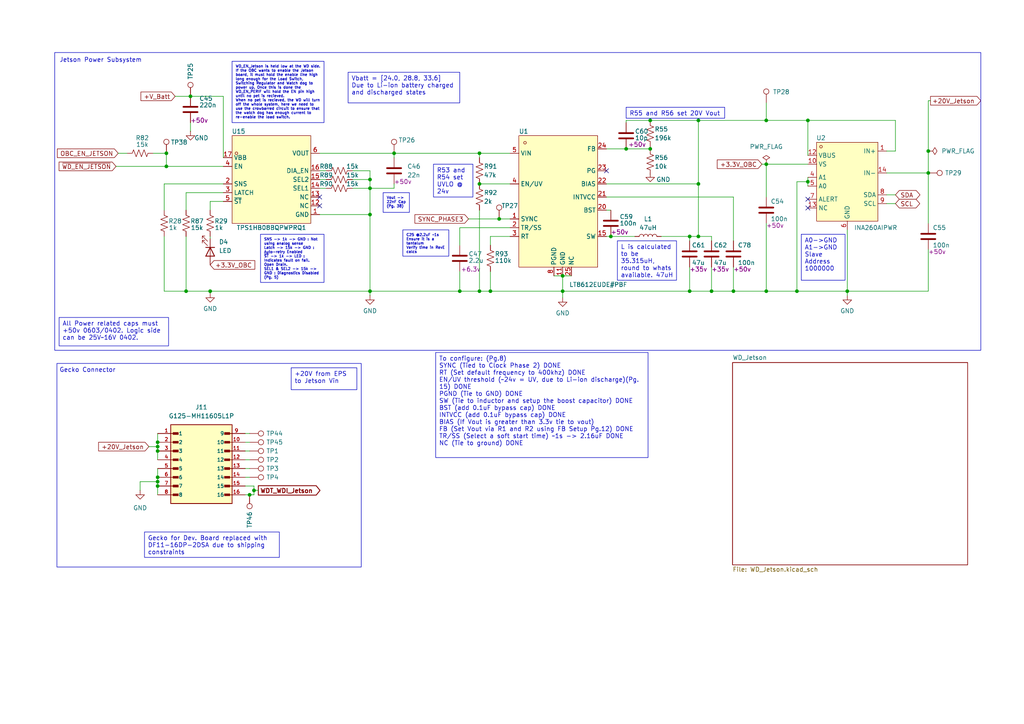
<source format=kicad_sch>
(kicad_sch (version 20250114) (generator "eeschema") (generator_version "9.0")
  (paper "A4")
  (lib_symbols
    (symbol "Device:C" (pin_numbers (hide yes)) (pin_names (offset 0.254))
      (property "Reference" "C" (at 0.635 2.54 0))
      (property "Value" "C" (at 0.635 -2.54 0))
      (symbol "C_0_1"
        (polyline (pts (xy -2.032 0.762) (xy 2.032 0.762)) (stroke (width 0.508)))
        (polyline (pts (xy -2.032 -0.762) (xy 2.032 -0.762)) (stroke (width 0.508)))
      )
      (symbol "C_1_1"
        (pin passive line (at 0 3.81 270) (length 2.794) (name "~") (number "1"))
        (pin passive line (at 0 -3.81 90) (length 2.794) (name "~") (number "2"))
      )
    )
    (symbol "Device:L" (pin_numbers (hide yes)) (pin_names (offset 1.016) (hide yes))
      (property "Reference" "L" (at -1.27 0 90))
      (property "Value" "L" (at 1.905 0 90))
      (symbol "L_0_1"
        (arc (start 0 2.54) (mid 0.6323 1.905) (end 0 1.27))
        (arc (start 0 1.27) (mid 0.6323 0.635) (end 0 0))
        (arc (start 0 0) (mid 0.6323 -0.635) (end 0 -1.27))
        (arc (start 0 -1.27) (mid 0.6323 -1.905) (end 0 -2.54))
      )
      (symbol "L_1_1"
        (pin passive line (at 0 3.81 270) (length 1.27) (name "1") (number "1"))
        (pin passive line (at 0 -3.81 90) (length 1.27) (name "2") (number "2"))
      )
    )
    (symbol "Device:LED" (pin_numbers (hide yes)) (pin_names (offset 1.016) (hide yes))
      (property "Reference" "D" (at 0 2.54 0))
      (property "Value" "LED" (at 0 -2.54 0))
      (symbol "LED_0_1"
        (polyline (pts (xy -3.048 -0.762) (xy -4.572 -2.286) (xy -3.81 -2.286) (xy -4.572 -2.286) (xy -4.572 -1.524)))
        (polyline (pts (xy -1.778 -0.762) (xy -3.302 -2.286) (xy -2.54 -2.286) (xy -3.302 -2.286) (xy -3.302 -1.524)))
        (polyline (pts (xy -1.27 0) (xy 1.27 0)))
        (polyline (pts (xy -1.27 -1.27) (xy -1.27 1.27)) (stroke (width 0.254)))
        (polyline (pts (xy 1.27 -1.27) (xy 1.27 1.27) (xy -1.27 0) (xy 1.27 -1.27)) (stroke (width 0.254)))
      )
      (symbol "LED_1_1"
        (pin passive line (at -3.81 0 0) (length 2.54) (name "K") (number "1"))
        (pin passive line (at 3.81 0 180) (length 2.54) (name "A") (number "2"))
      )
    )
    (symbol "Device:R_US" (pin_numbers (hide yes)) (pin_names (offset 0))
      (property "Reference" "R" (at 2.54 0 90))
      (property "Value" "R_US" (at -2.54 0 90))
      (symbol "R_US_0_1"
        (polyline (pts (xy 0 2.286) (xy 0 2.54)))
        (polyline (pts (xy 0 2.286) (xy 1.016 1.905) (xy 0 1.524) (xy -1.016 1.143) (xy 0 0.762)))
        (polyline (pts (xy 0 0.762) (xy 1.016 0.381) (xy 0 0) (xy -1.016 -0.381) (xy 0 -0.762)))
        (polyline (pts (xy 0 -0.762) (xy 1.016 -1.143) (xy 0 -1.524) (xy -1.016 -1.905) (xy 0 -2.286)))
        (polyline (pts (xy 0 -2.286) (xy 0 -2.54)))
      )
      (symbol "R_US_1_1"
        (pin passive line (at 0 3.81 270) (length 1.27) (name "~") (number "1"))
        (pin passive line (at 0 -3.81 90) (length 1.27) (name "~") (number "2"))
      )
    )
    (symbol "EPS:G125-MH11605L1P" (pin_names (offset 1.016))
      (property "Reference" "J" (at -9.39 12.7 0))
      (property "Value" "G125-MH11605L1P" (at -8.89 -12.7 0))
      (symbol "G125-MH11605L1P_0_0"
        (rectangle (start -8.89 -10.16) (end 8.89 12.7) (stroke (width 0.254)) (fill (type background)))
        (rectangle (start -8.255 9.8425) (end -6.6675 10.4775) (stroke (width 0.1)) (fill (type outline)))
        (rectangle (start -8.255 7.3025) (end -6.6675 7.9375) (stroke (width 0.1)) (fill (type outline)))
        (rectangle (start -8.255 4.7625) (end -6.6675 5.3975) (stroke (width 0.1)) (fill (type outline)))
        (rectangle (start -8.255 2.2225) (end -6.6675 2.8575) (stroke (width 0.1)) (fill (type outline)))
        (rectangle (start -8.255 -0.3175) (end -6.6675 0.3175) (stroke (width 0.1)) (fill (type outline)))
        (rectangle (start -8.255 -2.8575) (end -6.6675 -2.2225) (stroke (width 0.1)) (fill (type outline)))
        (rectangle (start -8.255 -5.3975) (end -6.6675 -4.7625) (stroke (width 0.1)) (fill (type outline)))
        (rectangle (start -8.255 -7.9375) (end -6.6675 -7.3025) (stroke (width 0.1)) (fill (type outline)))
        (rectangle (start 8.255 9.8425) (end 6.6675 10.4775) (stroke (width 0.1)) (fill (type outline)))
        (rectangle (start 8.255 7.3025) (end 6.6675 7.9375) (stroke (width 0.1)) (fill (type outline)))
        (rectangle (start 8.255 4.7625) (end 6.6675 5.3975) (stroke (width 0.1)) (fill (type outline)))
        (rectangle (start 8.255 2.2225) (end 6.6675 2.8575) (stroke (width 0.1)) (fill (type outline)))
        (rectangle (start 8.255 -0.3175) (end 6.6675 0.3175) (stroke (width 0.1)) (fill (type outline)))
        (rectangle (start 8.255 -2.8575) (end 6.6675 -2.2225) (stroke (width 0.1)) (fill (type outline)))
        (rectangle (start 8.255 -5.3975) (end 6.6675 -4.7625) (stroke (width 0.1)) (fill (type outline)))
        (rectangle (start 8.255 -7.9375) (end 6.6675 -7.3025) (stroke (width 0.1)) (fill (type outline)))
        (pin passive line (at -12.7 10.16 0) (length 5.08) (name "1") (number "1"))
        (pin passive line (at -12.7 7.62 0) (length 5.08) (name "2") (number "2"))
        (pin passive line (at -12.7 5.08 0) (length 5.08) (name "3") (number "3"))
        (pin passive line (at -12.7 2.54 0) (length 5.08) (name "4") (number "4"))
        (pin passive line (at -12.7 0 0) (length 5.08) (name "5") (number "5"))
        (pin passive line (at -12.7 -2.54 0) (length 5.08) (name "6") (number "6"))
        (pin passive line (at -12.7 -5.08 0) (length 5.08) (name "7") (number "7"))
        (pin passive line (at -12.7 -7.62 0) (length 5.08) (name "8") (number "8"))
        (pin passive line (at 12.7 10.16 180) (length 5.08) (name "9") (number "9"))
        (pin passive line (at 12.7 7.62 180) (length 5.08) (name "10") (number "10"))
        (pin passive line (at 12.7 5.08 180) (length 5.08) (name "11") (number "11"))
        (pin passive line (at 12.7 2.54 180) (length 5.08) (name "12") (number "12"))
        (pin passive line (at 12.7 0 180) (length 5.08) (name "13") (number "13"))
        (pin passive line (at 12.7 -2.54 180) (length 5.08) (name "14") (number "14"))
        (pin passive line (at 12.7 -5.08 180) (length 5.08) (name "15") (number "15"))
        (pin passive line (at 12.7 -7.62 180) (length 5.08) (name "16") (number "16"))
      )
    )
    (symbol "EPS:INA260AIPWR"
      (property "Reference" "U" (at 0 13.97 0))
      (property "Value" "INA260AIPWR" (at 8.128 -12.954 0))
      (symbol "INA260AIPWR_0_1"
        (rectangle (start -8.89 11.43) (end 8.89 -11.43) (fill (type background)))
        (circle (center -7.62 10.16) (radius 0.38))
      )
      (symbol "INA260AIPWR_1_1"
        (pin passive line (at -11.43 7.62 0) (length 2.54) (name "VBUS") (number "12"))
        (pin passive line (at -11.43 5.08 0) (length 2.54) (name "VS") (number "10"))
        (pin passive line (at -11.43 1.27 0) (length 2.54) (name "A1") (number "4"))
        (pin passive line (at -11.43 -1.27 0) (length 2.54) (name "A0") (number "5"))
        (pin passive line (at -11.43 -5.08 0) (length 2.54) (name "ALERT") (number "7"))
        (pin passive line (at -11.43 -7.62 0) (length 2.54) (name "NC") (number "13"))
        (pin passive line (at 0 -13.97 90) (length 2.54) (name "GND") (number "6"))
        (pin passive line (at 11.43 8.89 180) (length 2.54) (name "IN+") (number "1"))
        (pin passive line (at 11.43 2.54 180) (length 2.54) (name "IN-") (number "14"))
        (pin passive line (at 11.43 -3.81 180) (length 2.54) (name "SDA") (number "8"))
        (pin passive line (at 11.43 -6.35 180) (length 2.54) (name "SCL") (number "9"))
      )
    )
    (symbol "EPS:LT8612EUDE#PBF"
      (property "Reference" "U" (at -1.27 24.13 0))
      (property "Value" "LT8612EUDE#PBF" (at 0 -29.21 0))
      (symbol "LT8612EUDE#PBF_0_1"
        (rectangle (start -11.43 16.51) (end 11.43 -21.59) (fill (type background)))
        (circle (center -9.652 14.478) (radius 0.38))
      )
      (symbol "LT8612EUDE#PBF_1_1"
        (pin passive line (at -13.97 11.43 0) (length 2.54) (name "VIN") (number "5"))
        (pin passive line (at -13.97 2.54 0) (length 2.54) (name "EN/UV") (number "4"))
        (pin passive line (at -13.97 -7.62 0) (length 2.54) (name "SYNC") (number "1"))
        (pin passive line (at -13.97 -10.16 0) (length 2.54) (name "TR/SS") (number "2"))
        (pin passive line (at -13.97 -12.7 0) (length 2.54) (name "RT") (number "3"))
        (pin passive line (at -1.27 -24.13 90) (length 2.54) (name "PGND") (number "8"))
        (pin passive line (at 1.27 -24.13 90) (length 2.54) (name "GND") (number "11"))
        (pin passive line (at 3.81 -24.13 90) (length 2.54) (name "NC") (number "25"))
        (pin passive line (at 13.97 12.7 180) (length 2.54) (name "FB") (number "24"))
        (pin passive line (at 13.97 6.35 180) (length 2.54) (name "PG") (number "23"))
        (pin passive line (at 13.97 2.54 180) (length 2.54) (name "BIAS") (number "22"))
        (pin passive line (at 13.97 -1.27 180) (length 2.54) (name "INTVCC") (number "21"))
        (pin passive line (at 13.97 -5.08 180) (length 2.54) (name "BST") (number "20"))
        (pin passive line (at 13.97 -12.7 180) (length 2.54) (name "SW") (number "15"))
      )
    )
    (symbol "EPS:TPS1HB08BQPWPRQ1"
      (property "Reference" "U" (at 0 15.24 0))
      (property "Value" "TPS1HB08BQPWPRQ1" (at 0 -15.24 0))
      (symbol "TPS1HB08BQPWPRQ1_0_1"
        (rectangle (start -11.43 12.7) (end 11.43 -12.7) (fill (type background)))
        (circle (center -10.16 7.62) (radius 0.38))
      )
      (symbol "TPS1HB08BQPWPRQ1_1_1"
        (pin passive line (at -13.97 6.35 0) (length 2.54) (name "VBB") (number "17"))
        (pin passive line (at -13.97 3.81 0) (length 2.54) (name "EN") (number "4"))
        (pin passive line (at -13.97 -1.27 0) (length 2.54) (name "SNS") (number "2"))
        (pin passive line (at -13.97 -3.81 0) (length 2.54) (name "LATCH") (number "3"))
        (pin passive line (at -13.97 -6.35 0) (length 2.54) (name "~{ST}") (number "5"))
        (pin passive line (at 13.97 7.62 180) (length 2.54) (name "VOUT") (number "6"))
        (pin passive line (at 13.97 2.54 180) (length 2.54) (name "DIA_EN") (number "16"))
        (pin passive line (at 13.97 0 180) (length 2.54) (name "SEL2") (number "15"))
        (pin passive line (at 13.97 -2.54 180) (length 2.54) (name "SEL1") (number "14"))
        (pin passive line (at 13.97 -5.08 180) (length 2.54) (name "NC") (number "13"))
        (pin passive line (at 13.97 -7.62 180) (length 2.54) (name "NC") (number "12"))
        (pin passive line (at 13.97 -10.16 180) (length 2.54) (name "GND") (number "1"))
      )
    )
    (symbol "EPS:TestPoint" (pin_numbers (hide yes)) (pin_names (offset 0.762) (hide yes))
      (property "Reference" "TP" (at 0 6.858 0))
      (property "Value" "TestPoint" (at 0 5.08 0))
      (symbol "TestPoint_0_1"
        (circle (center 0 3.302) (radius 0.762))
      )
      (symbol "TestPoint_1_1"
        (pin passive line (at 0 0 90) (length 2.54) (name "1") (number "1"))
      )
    )
    (symbol "power:GND" (power) (pin_numbers (hide yes)) (pin_names (offset 0) (hide yes))
      (property "Value" "GND" (at 0 -3.81 0))
      (symbol "GND_0_1"
        (polyline (pts (xy 0 0) (xy 0 -1.27) (xy 1.27 -1.27) (xy 0 -2.54) (xy -1.27 -1.27) (xy 0 -1.27)))
      )
      (symbol "GND_1_1"
        (pin power_in line (at 0 0 270) (length 0) (name "~") (number "1"))
      )
    )
    (symbol "power:PWR_FLAG" (power) (pin_numbers (hide yes)) (pin_names (offset 0) (hide yes))
      (property "Value" "PWR_FLAG" (at 0 3.81 0))
      (symbol "PWR_FLAG_0_0"
        (pin power_out line (at 0 0 90) (length 0) (name "~") (number "1"))
      )
      (symbol "PWR_FLAG_0_1"
        (polyline (pts (xy 0 0) (xy 0 1.27) (xy -1.016 1.905) (xy 0 2.54) (xy 1.016 1.905) (xy 0 1.27)))
      )
    )
  )
  (rectangle (start 15.875 15.24) (end 284.48 101.6))
  (rectangle (start 16.51 105.41) (end 104.775 164.465))
  (text "Jetson Power Subsystem" (at 29.21 17.526 0) (effects (font (size 1.27 1.27))))
  (text "Gecko Connector" (at 25.4 107.442 0) (effects (font (size 1.27 1.27))))
  (text_box "Gecko for Dev. Board replaced with DF11-16DP-2DSA due to shipping constraints" (at 41.91 154.305 0) (size 39.116 7.366) (margins 0.9525 0.9525 0.9525 0.9525) (effects (font (size 1.27 1.27)) (justify left top)))
  (text_box "C25 @2.2uF ~1s\nEnsure it is a tantalum\nVerify time in RevE calcs" (at 116.84 66.675 0) (size 13.335 7.62) (margins 0.9525 0.9525 0.9525 0.9525) (effects (font (size 0.762 0.762)) (justify left top)))
  (text_box "To configure: (Pg.8)\nSYNC (Tied to Clock Phase 2) DONE\nRT (Set default frequency to 400khz) DONE\nEN/UV threshold (~24v = UV, due to Li-ion discharge)(Pg. 15) DONE\nPGND (Tie to GND) DONE\nSW (Tie to inductor and setup the boost capacitor) DONE\nBST (add 0.1uF bypass cap) DONE\nINTVCC (add 0.1uF bypass cap) DONE\nBIAS (If Vout is greater than 3.3v tie to vout)\nFB (Set Vout via R1 and R2 using FB Setup Pg.12) DONE\nTR/SS (Select a soft start time) ~1s -> 2.16uF DONE\nNC (Tie to ground) DONE" (at 126.365 102.235 0) (size 61.595 30.48) (margins 0.9525 0.9525 0.9525 0.9525) (effects (font (size 1.27 1.27)) (justify left top)))
  (text_box "SNS -> 1k -> GND : Not using analog sense\nLatch -> 15k -> GND : Auto-retry Enabled\n~{ST} -> 1k -> LED : Indicates fault on fail. Open Drain.\nSEL1 & SEL2 -> 15k -> GND : Diagnostics Disabled\n(Pg. 5)" (at 75.565 67.945 0) (size 18.415 13.97) (margins 0.9525 0.9525 0.9525 0.9525) (effects (font (size 0.762 0.762)) (justify left top)))
  (text_box "R53 and R54 set UVLO @ 24v" (at 125.73 47.625 0) (size 11.43 9.525) (margins 0.9525 0.9525 0.9525 0.9525) (effects (font (size 1.27 1.27)) (justify left top)))
  (text_box "R55 and R56 set 20V Vout" (at 181.61 31.115 0) (size 28.575 3.175) (margins 0.9525 0.9525 0.9525 0.9525) (effects (font (size 1.27 1.27)) (justify left top)))
  (text_box "A0->GND\nA1->GND\nSlave Address\n1000000" (at 232.41 67.945 0) (size 12.7 13.335) (margins 0.9525 0.9525 0.9525 0.9525) (effects (font (size 1.27 1.27)) (justify left top)))
  (text_box "Vout -> 22nF Cap\n(Pg. 38)" (at 111.125 55.88 0) (size 7.62 5.715) (margins 0.9525 0.9525 0.9525 0.9525) (effects (font (size 0.762 0.762)) (justify left top)))
  (text_box "Vbatt = [24.0, 28.8, 33.6] Due to Li-ion battery charged and discharged states" (at 100.965 20.955 0) (size 32.385 8.89) (margins 0.9525 0.9525 0.9525 0.9525) (effects (font (size 1.27 1.27)) (justify left top)))
  (text_box "WD_EN_Jetson is held low at the WD side. If the OBC wants to enable the Jetson board, it must hold the enable line high long enough for the Load Switch, Switching Regulator and Watch dog to power up. Once this is done the WD_EN_PERIF will hold the EN pin high until no pet is recieved.\nWhen no pet is recieved, the WD will turn off the whole system, here we need to use the crowbarred circuit to ensure that the watch dog has enough current to re-enable the load switch." (at 67.31 17.78 0) (size 26.67 17.78) (margins 0.9525 0.9525 0.9525 0.9525) (effects (font (size 0.762 0.762)) (justify left top)))
  (text_box "All Power related caps must +50v 0603/0402. Logic side can be 25V~16V 0402." (at 17.145 92.075 0) (size 31.75 8.255) (margins 0.9525 0.9525 0.9525 0.9525) (effects (font (size 1.27 1.27)) (justify left top)))
  (text_box "L is calculated to be 35.315uH, round to whats available. 47uH" (at 179.07 69.85 0) (size 17.145 11.43) (margins 0.9525 0.9525 0.9525 0.9525) (effects (font (size 1.27 1.27)) (justify left top)))
  (text_box "+20V from EPS to Jetson Vin" (at 84.455 106.68 0) (size 19.05 6.35) (margins 0.9525 0.9525 0.9525 0.9525) (effects (font (size 1.27 1.27)) (justify left top)))
  (junction (at 48.26 44.45))
  (junction (at 142.24 84.455))
  (junction (at 48.26 48.26))
  (junction (at 45.72 128.27))
  (junction (at 206.375 84.455))
  (junction (at 222.25 47.625))
  (junction (at 72.39 143.51))
  (junction (at 73.66 142.24))
  (junction (at 202.565 53.34))
  (junction (at 45.72 138.43))
  (junction (at 212.725 84.455))
  (junction (at 139.065 53.34))
  (junction (at 200.025 68.58))
  (junction (at 139.065 44.45))
  (junction (at 269.24 43.815))
  (junction (at 45.72 130.81))
  (junction (at 45.72 139.7))
  (junction (at 163.195 84.455))
  (junction (at 202.565 68.58))
  (junction (at 107.315 62.23))
  (junction (at 222.25 34.925))
  (junction (at 163.195 80.01))
  (junction (at 55.245 27.94))
  (junction (at 222.25 84.455))
  (junction (at 107.315 54.61))
  (junction (at 231.14 84.455))
  (junction (at 114.3 44.45))
  (junction (at 133.35 84.455))
  (junction (at 269.24 50.165))
  (junction (at 188.595 43.18))
  (junction (at 107.315 52.07))
  (junction (at 200.025 84.455))
  (junction (at 188.595 34.925))
  (junction (at 144.78 63.5))
  (junction (at 45.72 140.97))
  (junction (at 234.315 34.925))
  (junction (at 60.96 84.455))
  (junction (at 177.165 68.58))
  (junction (at 139.065 84.455))
  (junction (at 181.61 43.18))
  (junction (at 234.315 52.705))
  (junction (at 53.975 84.455))
  (junction (at 45.72 129.54))
  (junction (at 107.315 84.455))
  (junction (at 202.565 34.925))
  (junction (at 245.745 84.455))
  (no_connect (at 92.71 57.15))
  (no_connect (at 175.895 49.53))
  (no_connect (at 234.315 60.325))
  (no_connect (at 92.71 59.69))
  (no_connect (at 234.315 57.785))
  (wire (pts (xy 269.24 29.21) (xy 269.24 43.815)))
  (wire (pts (xy 222.25 64.77) (xy 222.25 84.455)))
  (wire (pts (xy 53.975 84.455) (xy 60.96 84.455)))
  (wire (pts (xy 202.565 68.58) (xy 206.375 68.58)))
  (wire (pts (xy 64.77 53.34) (xy 47.625 53.34)))
  (wire (pts (xy 92.71 54.61) (xy 94.615 54.61)))
  (wire (pts (xy 259.715 43.815) (xy 257.175 43.815)))
  (wire (pts (xy 45.72 129.54) (xy 45.72 130.81)))
  (wire (pts (xy 175.895 57.15) (xy 212.725 57.15)))
  (wire (pts (xy 259.715 59.055) (xy 257.175 59.055)))
  (wire (pts (xy 259.715 34.925) (xy 259.715 43.815)))
  (wire (pts (xy 202.565 34.925) (xy 202.565 53.34)))
  (wire (pts (xy 48.26 48.26) (xy 64.77 48.26)))
  (wire (pts (xy 220.98 47.625) (xy 222.25 47.625)))
  (wire (pts (xy 212.725 84.455) (xy 222.25 84.455)))
  (wire (pts (xy 245.745 84.455) (xy 269.24 84.455)))
  (wire (pts (xy 47.625 84.455) (xy 53.975 84.455)))
  (wire (pts (xy 234.315 52.705) (xy 234.315 53.975)))
  (wire (pts (xy 45.72 125.73) (xy 45.72 128.27)))
  (wire (pts (xy 142.24 84.455) (xy 163.195 84.455)))
  (wire (pts (xy 73.66 142.24) (xy 74.93 142.24)))
  (wire (pts (xy 163.195 84.455) (xy 163.195 80.01)))
  (wire (pts (xy 60.96 68.58) (xy 60.96 69.215)))
  (wire (pts (xy 92.71 52.07) (xy 94.615 52.07)))
  (wire (pts (xy 188.595 42.545) (xy 188.595 43.18)))
  (wire (pts (xy 107.315 62.23) (xy 107.315 84.455)))
  (wire (pts (xy 212.725 77.47) (xy 212.725 84.455)))
  (wire (pts (xy 45.72 130.81) (xy 45.72 133.35)))
  (wire (pts (xy 234.315 34.925) (xy 259.715 34.925)))
  (wire (pts (xy 163.195 84.455) (xy 163.195 86.36)))
  (wire (pts (xy 188.595 50.165) (xy 188.595 50.8)))
  (wire (pts (xy 55.245 27.94) (xy 50.8 27.94)))
  (wire (pts (xy 257.175 50.165) (xy 269.24 50.165)))
  (wire (pts (xy 107.315 84.455) (xy 133.35 84.455)))
  (wire (pts (xy 45.72 135.89) (xy 45.72 138.43)))
  (wire (pts (xy 202.565 34.925) (xy 222.25 34.925)))
  (wire (pts (xy 133.35 84.455) (xy 139.065 84.455)))
  (wire (pts (xy 142.24 68.58) (xy 147.955 68.58)))
  (wire (pts (xy 269.24 50.165) (xy 269.24 64.77)))
  (wire (pts (xy 142.24 84.455) (xy 142.24 78.74)))
  (wire (pts (xy 72.39 128.27) (xy 71.12 128.27)))
  (wire (pts (xy 36.83 44.45) (xy 34.29 44.45)))
  (wire (pts (xy 234.315 51.435) (xy 234.315 52.705)))
  (wire (pts (xy 139.065 84.455) (xy 142.24 84.455)))
  (wire (pts (xy 181.61 34.925) (xy 181.61 35.56)))
  (wire (pts (xy 114.3 44.45) (xy 114.3 45.72)))
  (wire (pts (xy 177.165 68.58) (xy 184.15 68.58)))
  (wire (pts (xy 245.745 84.455) (xy 245.745 85.725)))
  (wire (pts (xy 133.35 66.04) (xy 133.35 71.12)))
  (wire (pts (xy 107.315 49.53) (xy 107.315 52.07)))
  (wire (pts (xy 200.025 84.455) (xy 206.375 84.455)))
  (wire (pts (xy 71.12 130.81) (xy 72.39 130.81)))
  (wire (pts (xy 175.895 53.34) (xy 202.565 53.34)))
  (wire (pts (xy 269.24 43.815) (xy 269.24 50.165)))
  (wire (pts (xy 92.71 49.53) (xy 94.615 49.53)))
  (wire (pts (xy 175.895 43.18) (xy 181.61 43.18)))
  (wire (pts (xy 200.025 68.58) (xy 202.565 68.58)))
  (wire (pts (xy 142.24 68.58) (xy 142.24 71.12)))
  (wire (pts (xy 64.77 27.94) (xy 64.77 45.72)))
  (wire (pts (xy 114.3 54.61) (xy 114.3 53.34)))
  (wire (pts (xy 175.895 60.96) (xy 177.165 60.96)))
  (wire (pts (xy 144.78 63.5) (xy 147.955 63.5)))
  (wire (pts (xy 107.315 54.61) (xy 114.3 54.61)))
  (wire (pts (xy 45.72 140.97) (xy 45.72 143.51)))
  (wire (pts (xy 181.61 43.18) (xy 188.595 43.18)))
  (wire (pts (xy 163.195 84.455) (xy 200.025 84.455)))
  (wire (pts (xy 102.235 49.53) (xy 107.315 49.53)))
  (wire (pts (xy 200.025 84.455) (xy 200.025 77.47)))
  (wire (pts (xy 222.25 84.455) (xy 231.14 84.455)))
  (wire (pts (xy 73.66 143.51) (xy 72.39 143.51)))
  (wire (pts (xy 73.66 142.24) (xy 73.66 143.51)))
  (wire (pts (xy 188.595 34.925) (xy 202.565 34.925)))
  (wire (pts (xy 102.235 52.07) (xy 107.315 52.07)))
  (wire (pts (xy 55.245 27.94) (xy 64.77 27.94)))
  (wire (pts (xy 107.315 84.455) (xy 107.315 85.725)))
  (wire (pts (xy 222.25 34.925) (xy 234.315 34.925)))
  (wire (pts (xy 222.25 47.625) (xy 222.25 57.15)))
  (wire (pts (xy 71.12 135.89) (xy 72.39 135.89)))
  (wire (pts (xy 71.12 138.43) (xy 72.39 138.43)))
  (wire (pts (xy 231.14 52.705) (xy 231.14 84.455)))
  (wire (pts (xy 33.655 48.26) (xy 48.26 48.26)))
  (wire (pts (xy 72.39 125.73) (xy 71.12 125.73)))
  (wire (pts (xy 71.12 140.97) (xy 73.66 140.97)))
  (wire (pts (xy 163.195 80.01) (xy 165.735 80.01)))
  (wire (pts (xy 107.315 54.61) (xy 107.315 62.23)))
  (wire (pts (xy 47.625 68.58) (xy 47.625 84.455)))
  (wire (pts (xy 114.3 44.45) (xy 139.065 44.45)))
  (wire (pts (xy 231.14 84.455) (xy 245.745 84.455)))
  (wire (pts (xy 102.235 54.61) (xy 107.315 54.61)))
  (wire (pts (xy 43.18 129.54) (xy 45.72 129.54)))
  (wire (pts (xy 60.96 84.455) (xy 60.96 85.09)))
  (wire (pts (xy 45.72 138.43) (xy 45.72 139.7)))
  (wire (pts (xy 202.565 53.34) (xy 202.565 68.58)))
  (wire (pts (xy 44.45 44.45) (xy 48.26 44.45)))
  (wire (pts (xy 206.375 84.455) (xy 212.725 84.455)))
  (wire (pts (xy 139.065 53.34) (xy 147.955 53.34)))
  (wire (pts (xy 45.72 139.7) (xy 45.72 140.97)))
  (wire (pts (xy 222.25 34.925) (xy 222.25 29.845)))
  (wire (pts (xy 222.25 47.625) (xy 234.315 47.625)))
  (wire (pts (xy 139.065 45.72) (xy 139.065 44.45)))
  (wire (pts (xy 40.64 139.7) (xy 40.64 142.24)))
  (wire (pts (xy 73.66 140.97) (xy 73.66 142.24)))
  (wire (pts (xy 160.655 80.01) (xy 163.195 80.01)))
  (wire (pts (xy 175.895 68.58) (xy 177.165 68.58)))
  (wire (pts (xy 212.725 57.15) (xy 212.725 69.85)))
  (wire (pts (xy 53.975 68.58) (xy 53.975 84.455)))
  (wire (pts (xy 269.24 84.455) (xy 269.24 72.39)))
  (wire (pts (xy 133.35 66.04) (xy 147.955 66.04)))
  (wire (pts (xy 71.12 133.35) (xy 72.39 133.35)))
  (wire (pts (xy 200.025 68.58) (xy 200.025 69.85)))
  (wire (pts (xy 191.77 68.58) (xy 200.025 68.58)))
  (wire (pts (xy 234.315 45.085) (xy 234.315 34.925)))
  (wire (pts (xy 48.26 44.45) (xy 48.26 48.26)))
  (wire (pts (xy 55.245 35.56) (xy 55.245 38.1)))
  (wire (pts (xy 53.975 60.96) (xy 53.975 55.88)))
  (wire (pts (xy 139.065 60.96) (xy 139.065 84.455)))
  (wire (pts (xy 71.12 143.51) (xy 72.39 143.51)))
  (wire (pts (xy 234.315 52.705) (xy 231.14 52.705)))
  (wire (pts (xy 60.96 58.42) (xy 64.77 58.42)))
  (wire (pts (xy 40.64 139.7) (xy 45.72 139.7)))
  (wire (pts (xy 269.875 29.21) (xy 269.24 29.21)))
  (wire (pts (xy 245.745 66.675) (xy 245.745 84.455)))
  (wire (pts (xy 92.71 44.45) (xy 114.3 44.45)))
  (wire (pts (xy 60.96 58.42) (xy 60.96 60.96)))
  (wire (pts (xy 92.71 62.23) (xy 107.315 62.23)))
  (wire (pts (xy 133.35 78.74) (xy 133.35 84.455)))
  (wire (pts (xy 206.375 68.58) (xy 206.375 69.85)))
  (wire (pts (xy 60.96 84.455) (xy 107.315 84.455)))
  (wire (pts (xy 53.975 55.88) (xy 64.77 55.88)))
  (wire (pts (xy 139.065 44.45) (xy 147.955 44.45)))
  (wire (pts (xy 107.315 52.07) (xy 107.315 54.61)))
  (wire (pts (xy 188.595 34.925) (xy 181.61 34.925)))
  (wire (pts (xy 259.715 56.515) (xy 257.175 56.515)))
  (wire (pts (xy 45.72 128.27) (xy 45.72 129.54)))
  (wire (pts (xy 135.89 63.5) (xy 144.78 63.5)))
  (wire (pts (xy 206.375 77.47) (xy 206.375 84.455)))
  (wire (pts (xy 47.625 53.34) (xy 47.625 60.96)))
  (global_label "+3.3V_OBC" (shape input) (at 220.98 47.625 180) (property "Intersheetrefs" "${INTERSHEET_REFS}" (effects (hide yes))))
  (global_label "SYNC_PHASE3" (shape input) (at 135.89 63.5 180) (property "Intersheetrefs" "${INTERSHEET_REFS}" (effects (hide yes))))
  (global_label "SDA" (shape bidirectional) (at 259.715 56.515 0) (property "Intersheetrefs" "${INTERSHEET_REFS}" (effects (hide yes))))
  (global_label "SCL" (shape bidirectional) (at 259.715 59.055 0) (property "Intersheetrefs" "${INTERSHEET_REFS}" (effects (hide yes))))
  (global_label "+20V_Jetson" (shape output) (at 269.875 29.21 0) (property "Intersheetrefs" "${INTERSHEET_REFS}" (effects (hide yes))))
  (global_label "WDT_WDI_Jetson" (shape output) (at 74.93 142.24 0) (effects (font (thickness 0.254) (bold yes))) (property "Intersheetrefs" "${INTERSHEET_REFS}" (effects (hide yes))))
  (global_label "~{WD_EN_JETSON}" (shape input) (at 33.655 48.26 180) (property "Intersheetrefs" "${INTERSHEET_REFS}" (effects (hide yes))))
  (global_label "+20V_Jetson" (shape input) (at 43.18 129.54 180) (property "Intersheetrefs" "${INTERSHEET_REFS}" (effects (hide yes))))
  (global_label "OBC_EN_JETSON" (shape input) (at 34.29 44.45 180) (property "Intersheetrefs" "${INTERSHEET_REFS}" (effects (hide yes))))
  (global_label "+3.3V_OBC" (shape input) (at 60.96 76.835 0) (property "Intersheetrefs" "${INTERSHEET_REFS}" (effects (hide yes))))
  (global_label "+V_Batt" (shape input) (at 50.8 27.94 180) (property "Intersheetrefs" "${INTERSHEET_REFS}" (effects (hide yes))))
  (symbol (lib_id "EPS:TestPoint") (at 72.39 143.51 180) (unit 1)
    (property "Reference" "TP46" (at 72.39 148.336 90) (effects (justify left)))
    (property "Value" "TestPoint" (effects (hide yes)))
    (property "Footprint" "TestPoint:TestPoint_Pad_1.0x1.0mm" (effects (hide yes)))
    (property "Description" "test point" (effects (hide yes)))
  )
  (symbol (lib_id "power:GND") (at 60.96 85.09 0) (unit 1)
    (property "Reference" "#PWR07" (effects (hide yes)))
    (property "Value" "GND" (at 60.96 89.535 0))
    (property "Description" "Power symbol creates a global label with name \"GND\" , ground" (effects (hide yes)))
  )
  (symbol (lib_id "EPS:G125-MH11605L1P") (at 58.42 135.89 0) (unit 1)
    (property "Reference" "J11" (at 58.42 118.11 0))
    (property "Value" "G125-MH11605L1P" (at 58.42 120.65 0))
    (property "Footprint" "EPS:HARWIN_G125-MH11605L1P" (effects (hide yes)))
    (property "MANUFACTURER" "HARWIN" (effects (hide yes)))
  )
  (symbol (lib_id "power:PWR_FLAG") (at 269.24 43.815 270) (unit 1)
    (property "Reference" "#FLG06" (effects (hide yes)))
    (property "Value" "PWR_FLAG" (at 273.05 43.8149 90) (effects (justify left)))
    (property "Description" "Special symbol for telling ERC where power comes from" (effects (hide yes)))
  )
  (symbol (lib_id "Device:R_US") (at 98.425 52.07 90) (unit 1)
    (property "Reference" "R89" (at 94.615 50.8 90))
    (property "Value" "15k" (at 102.235 50.8 90))
    (property "Footprint" "EPS:R0402" (effects (hide yes)))
    (property "Description" "Resistor, US symbol" (effects (hide yes)))
    (property "LCSC" "C114761" (effects (hide yes)))
  )
  (symbol (lib_id "Device:C") (at 206.375 73.66 0) (unit 1)
    (property "Reference" "C62" (at 207.01 71.12 0) (effects (justify left)))
    (property "Value" "47u" (at 207.01 76.2 0) (effects (justify left)))
    (property "Footprint" "EPS:CAP-SMD_L7.3-W4.3-FD" (effects (hide yes)))
    (property "Description" "Unpolarized capacitor" (effects (hide yes)))
    (property "Voltage Rating" "+35v" (at 208.915 78.105 0))
    (property "LCSC" "C87110" (effects (hide yes)))
  )
  (symbol (lib_id "power:PWR_FLAG") (at 222.25 47.625 0) (unit 1)
    (property "Reference" "#FLG010" (effects (hide yes)))
    (property "Value" "PWR_FLAG" (at 222.25 42.545 0))
    (property "Description" "Special symbol for telling ERC where power comes from" (effects (hide yes)))
  )
  (symbol (lib_id "Device:C") (at 114.3 49.53 0) (unit 1)
    (property "Reference" "C46" (at 118.11 48.2599 0) (effects (justify left)))
    (property "Value" "22n" (at 118.11 50.7999 0) (effects (justify left)))
    (property "Footprint" "EPS:C0402" (effects (hide yes)))
    (property "Description" "Unpolarized capacitor" (effects (hide yes)))
    (property "Voltage Rating" "+50v" (at 116.84 52.705 0))
    (property "LCSC" "C77023" (effects (hide yes)))
  )
  (symbol (lib_id "Device:R_US") (at 139.065 49.53 0) (unit 1)
    (property "Reference" "R91" (at 140.335 48.26 0) (effects (justify left)))
    (property "Value" "47k" (at 140.335 50.8 0) (effects (justify left)))
    (property "Footprint" "EPS:R0402" (effects (hide yes)))
    (property "Description" "Resistor, US symbol" (effects (hide yes)))
    (property "LCSC" "C93943" (effects (hide yes)))
  )
  (symbol (lib_id "power:GND") (at 163.195 86.36 0) (unit 1)
    (property "Reference" "#PWR05" (effects (hide yes)))
    (property "Value" "GND" (at 163.195 90.805 0))
    (property "Description" "Power symbol creates a global label with name \"GND\" , ground" (effects (hide yes)))
  )
  (symbol (lib_id "Device:R_US") (at 139.065 57.15 0) (unit 1)
    (property "Reference" "R92" (at 140.335 55.88 0) (effects (justify left)))
    (property "Value" "2k" (at 140.335 58.42 0) (effects (justify left)))
    (property "Footprint" "EPS:R0402" (effects (hide yes)))
    (property "Description" "Resistor, US symbol" (effects (hide yes)))
    (property "LCSC" "C60488" (effects (hide yes)))
  )
  (symbol (lib_id "EPS:LT8612EUDE#PBF") (at 161.925 55.88 0) (unit 1)
    (property "Reference" "U1" (at 150.495 38.1 0) (effects (justify left)))
    (property "Value" "LT8612EUDE#PBF" (at 165.1 82.55 0) (effects (justify left)))
    (property "Footprint" "EPS:QFN-28_L6.0-W3.0-P0.50-BL-EP" (effects (hide yes)))
    (property "Datasheet" "https://jlcpcb.com/api/file/downloadByFileSystemAccessId/8589836477510287360" (effects (hide yes)))
    (property "Description" "42V, 6A, Step Down Regulator" (effects (hide yes)))
    (property "LCSC Part" "C580312" (effects (hide yes)))
  )
  (symbol (lib_id "Device:R_US") (at 188.595 46.99 0) (unit 1)
    (property "Reference" "R56" (at 189.865 45.72 0) (effects (justify left)))
    (property "Value" "10k" (at 189.865 48.26 0) (effects (justify left)))
    (property "Footprint" "EPS:R0402" (effects (hide yes)))
    (property "Description" "Resistor, US symbol" (effects (hide yes)))
    (property "LCSC" "C25531" (effects (hide yes)))
  )
  (symbol (lib_id "EPS:TestPoint") (at 72.39 138.43 270) (unit 1)
    (property "Reference" "TP4" (at 77.216 138.43 90) (effects (justify left)))
    (property "Value" "TestPoint" (effects (hide yes)))
    (property "Footprint" "TestPoint:TestPoint_Pad_1.0x1.0mm" (effects (hide yes)))
    (property "Description" "test point" (effects (hide yes)))
  )
  (symbol (lib_id "EPS:TestPoint") (at 72.39 133.35 270) (unit 1)
    (property "Reference" "TP2" (at 77.216 133.35 90) (effects (justify left)))
    (property "Value" "TestPoint" (effects (hide yes)))
    (property "Footprint" "TestPoint:TestPoint_Pad_1.0x1.0mm" (effects (hide yes)))
    (property "Description" "test point" (effects (hide yes)))
  )
  (symbol (lib_id "EPS:TestPoint") (at 114.3 44.45 0) (unit 1)
    (property "Reference" "TP26" (at 115.57 40.64 0) (effects (justify left)))
    (property "Value" "TestPoint" (effects (hide yes)))
    (property "Footprint" "TestPoint:TestPoint_Pad_1.0x1.0mm" (effects (hide yes)))
    (property "Description" "test point" (effects (hide yes)))
  )
  (symbol (lib_id "Device:C") (at 200.025 73.66 0) (unit 1)
    (property "Reference" "C61" (at 200.66 71.12 0) (effects (justify left)))
    (property "Value" "47u" (at 200.66 76.2 0) (effects (justify left)))
    (property "Footprint" "EPS:CAP-SMD_L7.3-W4.3-FD" (effects (hide yes)))
    (property "Description" "Unpolarized capacitor" (effects (hide yes)))
    (property "Voltage Rating" "+35v" (at 202.565 78.105 0))
    (property "LCSC" "C87110" (effects (hide yes)))
  )
  (symbol (lib_id "Device:C") (at 269.24 68.58 0) (unit 1)
    (property "Reference" "C55" (at 270.51 66.04 0) (effects (justify left)))
    (property "Value" "100n" (at 270.51 71.12 0) (effects (justify left)))
    (property "Footprint" "EPS:C0402" (effects (hide yes)))
    (property "Description" "Unpolarized capacitor" (effects (hide yes)))
    (property "Voltage Rating" "+50v" (at 271.78 73.025 0))
    (property "LCSC" "C85858" (effects (hide yes)))
  )
  (symbol (lib_id "Device:R_US") (at 98.425 54.61 90) (unit 1)
    (property "Reference" "R90" (at 94.615 53.34 90))
    (property "Value" "15k" (at 102.235 53.34 90))
    (property "Footprint" "EPS:R0402" (effects (hide yes)))
    (property "Description" "Resistor, US symbol" (effects (hide yes)))
    (property "LCSC" "C114761" (effects (hide yes)))
  )
  (symbol (lib_id "EPS:INA260AIPWR") (at 245.745 52.705 0) (unit 1)
    (property "Reference" "U2" (at 238.125 40.005 0))
    (property "Value" "INA260AIPWR" (at 254 66.04 0))
    (property "Footprint" "EPS:TSSOP-16_L5.0-W4.4-P0.65-LS6.4-BL-1" (effects (hide yes)))
    (property "Datasheet" "https://www.ti.com/lit/ds/symlink/ina260.pdf?ts=1748375218606&ref_url=https%253A%252F%252Fwww.google.com%252F" (effects (hide yes)))
    (property "Description" "Precision Digital Current and Power Monitor With Low-Drift, Precision Integrated Shunt" (effects (hide yes)))
    (property "LCSC Part" "C2155885" (effects (hide yes)))
  )
  (symbol (lib_id "EPS:TestPoint") (at 144.78 63.5 0) (unit 1)
    (property "Reference" "TP27" (at 145.415 59.69 0) (effects (justify left)))
    (property "Value" "TestPoint" (effects (hide yes)))
    (property "Footprint" "TestPoint:TestPoint_Pad_1.0x1.0mm" (effects (hide yes)))
    (property "Description" "test point" (effects (hide yes)))
  )
  (symbol (lib_id "Device:C") (at 212.725 73.66 0) (unit 1)
    (property "Reference" "C78" (at 213.995 71.12 0) (effects (justify left)))
    (property "Value" "100n" (at 213.995 76.2 0) (effects (justify left)))
    (property "Footprint" "EPS:C0402" (effects (hide yes)))
    (property "Description" "Unpolarized capacitor" (effects (hide yes)))
    (property "Voltage Rating" "+50v" (at 215.265 78.105 0))
    (property "LCSC" "C85858" (effects (hide yes)))
  )
  (symbol (lib_id "EPS:TestPoint") (at 72.39 125.73 270) (unit 1)
    (property "Reference" "TP44" (at 77.216 125.73 90) (effects (justify left)))
    (property "Value" "TestPoint" (effects (hide yes)))
    (property "Footprint" "TestPoint:TestPoint_Pad_1.0x1.0mm" (effects (hide yes)))
    (property "Description" "test point" (effects (hide yes)))
  )
  (symbol (lib_id "Device:L") (at 187.96 68.58 90) (unit 1)
    (property "Reference" "L1" (at 187.96 63.5 90))
    (property "Value" "47uH" (at 187.96 66.04 90))
    (property "Footprint" "EPS:IND-SMD_L10.7-W10.0_ETQP5MXXXX" (effects (hide yes)))
    (property "Description" "Inductor" (effects (hide yes)))
    (property "LCSC" "C409637" (effects (hide yes)))
  )
  (symbol (lib_id "EPS:TestPoint") (at 72.39 135.89 270) (unit 1)
    (property "Reference" "TP3" (at 77.216 135.89 90) (effects (justify left)))
    (property "Value" "TestPoint" (effects (hide yes)))
    (property "Footprint" "TestPoint:TestPoint_Pad_1.0x1.0mm" (effects (hide yes)))
    (property "Description" "test point" (effects (hide yes)))
  )
  (symbol (lib_id "power:GND") (at 107.315 85.725 0) (unit 1)
    (property "Reference" "#PWR03" (effects (hide yes)))
    (property "Value" "GND" (at 107.315 90.17 0))
    (property "Description" "Power symbol creates a global label with name \"GND\" , ground" (effects (hide yes)))
  )
  (symbol (lib_id "power:GND") (at 55.245 38.1 0) (unit 1)
    (property "Reference" "#PWR08" (effects (hide yes)))
    (property "Value" "GND" (at 58.42 40.005 0))
    (property "Description" "Power symbol creates a global label with name \"GND\" , ground" (effects (hide yes)))
  )
  (symbol (lib_id "EPS:TestPoint") (at 55.245 27.94 0) (mirror y) (unit 1)
    (property "Reference" "TP25" (at 55.245 23.114 90) (effects (justify left)))
    (property "Value" "TestPoint" (effects (hide yes)))
    (property "Footprint" "TestPoint:TestPoint_Pad_1.0x1.0mm" (effects (hide yes)))
    (property "Description" "test point" (effects (hide yes)))
  )
  (symbol (lib_id "Device:R_US") (at 40.64 44.45 270) (unit 1)
    (property "Reference" "R82" (at 41.275 40.005 90))
    (property "Value" "15k" (at 41.275 41.91 90))
    (property "Footprint" "EPS:R0402" (effects (hide yes)))
    (property "Description" "Resistor, US symbol" (effects (hide yes)))
    (property "LCSC" "C114761" (effects (hide yes)))
  )
  (symbol (lib_id "Device:R_US") (at 98.425 49.53 90) (unit 1)
    (property "Reference" "R88" (at 94.615 48.26 90))
    (property "Value" "15k" (at 102.235 48.26 90))
    (property "Footprint" "EPS:R0402" (effects (hide yes)))
    (property "Description" "Resistor, US symbol" (effects (hide yes)))
    (property "LCSC" "C114761" (effects (hide yes)))
  )
  (symbol (lib_id "Device:R_US") (at 47.625 64.77 180) (unit 1)
    (property "Reference" "R28" (at 50.8 64.135 0))
    (property "Value" "1k" (at 50.165 66.04 0))
    (property "Footprint" "EPS:R0402" (effects (hide yes)))
    (property "Description" "Resistor, US symbol" (effects (hide yes)))
    (property "LCSC" "C106235" (effects (hide yes)))
  )
  (symbol (lib_id "Device:C") (at 133.35 74.93 0) (unit 1)
    (property "Reference" "C47" (at 135.89 73.66 0) (effects (justify left)))
    (property "Value" "2.2u" (at 135.89 75.565 0) (effects (justify left)))
    (property "Footprint" "EPS:C0402" (effects (hide yes)))
    (property "Description" "Unpolarized capacitor" (effects (hide yes)))
    (property "LCSC" "C12530" (effects (hide yes)))
    (property "Voltage Rating" "+6.3v" (at 136.525 78.105 0))
  )
  (symbol (lib_id "Device:R_US") (at 188.595 38.735 0) (unit 1)
    (property "Reference" "R55" (at 189.865 37.465 0) (effects (justify left)))
    (property "Value" "196k" (at 189.865 40.005 0) (effects (justify left)))
    (property "Footprint" "EPS:R0402" (effects (hide yes)))
    (property "Description" "Resistor, US symbol" (effects (hide yes)))
    (property "LCSC" "C2077051" (effects (hide yes)))
  )
  (symbol (lib_id "Device:C") (at 55.245 31.75 0) (unit 1)
    (property "Reference" "C45" (at 57.785 28.575 0) (effects (justify left)))
    (property "Value" "220n" (at 57.785 30.48 0) (effects (justify left)))
    (property "Footprint" "EPS:C0402" (effects (hide yes)))
    (property "Description" "Unpolarized capacitor" (effects (hide yes)))
    (property "Voltage Rating" "+50v" (at 57.785 34.925 0))
    (property "LCSC" "C5159775" (effects (hide yes)))
  )
  (symbol (lib_id "Device:LED") (at 60.96 73.025 270) (unit 1)
    (property "Reference" "D4" (at 63.5 70.1674 90) (effects (justify left)))
    (property "Value" "LED" (at 63.5 72.7074 90) (effects (justify left)))
    (property "Footprint" "EPS:LED0603-RD_RED" (effects (hide yes)))
    (property "Description" "Light emitting diode" (effects (hide yes)))
    (property "Sim.Pins" "1=K 2=A" (effects (hide yes)))
  )
  (symbol (lib_id "Device:R_US") (at 60.96 64.77 180) (unit 1)
    (property "Reference" "R29" (at 64.135 64.135 0))
    (property "Value" "1k" (at 63.5 66.04 0))
    (property "Footprint" "EPS:R0402" (effects (hide yes)))
    (property "Description" "Resistor, US symbol" (effects (hide yes)))
  )
  (symbol (lib_id "Device:C") (at 177.165 64.77 0) (unit 1)
    (property "Reference" "C59" (at 179.705 62.865 0) (effects (justify left)))
    (property "Value" "100n" (at 179.705 64.77 0) (effects (justify left)))
    (property "Footprint" "EPS:C0402" (effects (hide yes)))
    (property "Description" "Unpolarized capacitor" (effects (hide yes)))
    (property "Voltage Rating" "+50v" (at 179.705 67.31 0))
    (property "LCSC" "C85858" (effects (hide yes)))
  )
  (symbol (lib_id "power:GND") (at 40.64 142.24 0) (unit 1)
    (property "Reference" "#PWR04" (effects (hide yes)))
    (property "Value" "GND" (at 40.64 147.32 0))
    (property "Description" "Power symbol creates a global label with name \"GND\" , ground" (effects (hide yes)))
  )
  (symbol (lib_id "EPS:TestPoint") (at 72.39 128.27 270) (unit 1)
    (property "Reference" "TP45" (at 77.216 128.27 90) (effects (justify left)))
    (property "Value" "TestPoint" (effects (hide yes)))
    (property "Footprint" "TestPoint:TestPoint_Pad_1.0x1.0mm" (effects (hide yes)))
    (property "Description" "test point" (effects (hide yes)))
  )
  (symbol (lib_id "EPS:TestPoint") (at 72.39 130.81 270) (unit 1)
    (property "Reference" "TP1" (at 77.216 130.81 90) (effects (justify left)))
    (property "Value" "TestPoint" (effects (hide yes)))
    (property "Footprint" "TestPoint:TestPoint_Pad_1.0x1.0mm" (effects (hide yes)))
    (property "Description" "test point" (effects (hide yes)))
  )
  (symbol (lib_id "EPS:TPS1HB08BQPWPRQ1") (at 78.74 52.07 0) (unit 1)
    (property "Reference" "U15" (at 69.215 38.1 0))
    (property "Value" "TPS1HB08BQPWPRQ1" (at 78.74 66.04 0))
    (property "Footprint" "EPS:HTSSOP-16_L5.0-W4.4-P0.65-LS6.4-TL-EP2.9" (effects (hide yes)))
    (property "Datasheet" "https://www.ti.com/lit/ds/symlink/tps1ha08-q1.pdf?ts=1748448912035&ref_url=https%253A%252F%252Fwww.ti.com%252Fproduct%252FTPS1HA08-Q1" (effects (hide yes)))
    (property "Description" "40-V, 8-mΩ Single-Channel Smart High-Side Switch" (effects (hide yes)))
    (property "LCSC Part" "C3230075" (effects (hide yes)))
  )
  (symbol (lib_id "Device:R_US") (at 142.24 74.93 0) (unit 1)
    (property "Reference" "R93" (at 143.51 73.66 0) (effects (justify left)))
    (property "Value" "110k" (at 143.51 75.565 0) (effects (justify left)))
    (property "Footprint" "EPS:R0402" (effects (hide yes)))
    (property "Description" "Resistor, US symbol" (effects (hide yes)))
    (property "LCSC" "C138065" (effects (hide yes)))
  )
  (symbol (lib_id "Device:R_US") (at 53.975 64.77 0) (unit 1)
    (property "Reference" "R87" (at 57.15 64.135 0))
    (property "Value" "15k" (at 57.15 66.04 0))
    (property "Footprint" "EPS:R0402" (effects (hide yes)))
    (property "Description" "Resistor, US symbol" (effects (hide yes)))
    (property "LCSC" "C114761" (effects (hide yes)))
  )
  (symbol (lib_id "power:GND") (at 245.745 85.725 0) (unit 1)
    (property "Reference" "#PWR038" (effects (hide yes)))
    (property "Value" "GND" (at 245.745 90.17 0))
    (property "Description" "Power symbol creates a global label with name \"GND\" , ground" (effects (hide yes)))
  )
  (symbol (lib_id "power:GND") (at 188.595 50.165 0) (unit 1)
    (property "Reference" "#PWR037" (effects (hide yes)))
    (property "Value" "GND" (at 192.405 52.07 0))
    (property "Description" "Power symbol creates a global label with name \"GND\" , ground" (effects (hide yes)))
  )
  (symbol (lib_id "EPS:TestPoint") (at 269.24 50.165 270) (unit 1)
    (property "Reference" "TP29" (at 274.066 50.165 90) (effects (justify left)))
    (property "Value" "TestPoint" (effects (hide yes)))
    (property "Footprint" "TestPoint:TestPoint_Pad_1.0x1.0mm" (effects (hide yes)))
    (property "Description" "test point" (effects (hide yes)))
  )
  (symbol (lib_id "Device:C") (at 181.61 39.37 0) (unit 1)
    (property "Reference" "C60" (at 184.15 38.1 0) (effects (justify left)))
    (property "Value" "10p" (at 184.15 40.005 0) (effects (justify left)))
    (property "Footprint" "EPS:C0402" (effects (hide yes)))
    (property "Description" "Unpolarized capacitor" (effects (hide yes)))
    (property "Voltage Rating" "+50v" (at 184.785 41.91 0))
    (property "LCSC" "C1545" (effects (hide yes)))
  )
  (symbol (lib_id "EPS:TestPoint") (at 48.26 44.45 0) (unit 1)
    (property "Reference" "TP38" (at 49.53 41.275 0) (effects (justify left)))
    (property "Value" "TestPoint" (effects (hide yes)))
    (property "Footprint" "TestPoint:TestPoint_Pad_1.0x1.0mm" (effects (hide yes)))
    (property "Description" "test point" (effects (hide yes)))
  )
  (symbol (lib_id "Device:C") (at 222.25 60.96 0) (unit 1)
    (property "Reference" "C54" (at 223.52 58.42 0) (effects (justify left)))
    (property "Value" "100n" (at 223.52 63.5 0) (effects (justify left)))
    (property "Footprint" "EPS:C0402" (effects (hide yes)))
    (property "Description" "Unpolarized capacitor" (effects (hide yes)))
    (property "Voltage Rating" "+50v" (at 224.79 65.405 0))
    (property "LCSC" "C85858" (effects (hide yes)))
  )
  (symbol (lib_id "EPS:TestPoint") (at 222.25 29.845 0) (unit 1)
    (property "Reference" "TP28" (at 224.155 26.67 0) (effects (justify left)))
    (property "Value" "TestPoint" (effects (hide yes)))
    (property "Footprint" "TestPoint:TestPoint_Pad_1.0x1.0mm" (effects (hide yes)))
    (property "Description" "test point" (effects (hide yes)))
  )
  (sheet (at 212.471 105.156) (size 68.199 58.674) (stroke (width 0.1524))
    (property "Sheetname" "WD_Jetson" (at 212.471 104.4444 0) (effects (justify left bottom)))
    (property "Sheetfile" "WD_Jetson.kicad_sch" (at 212.471 164.4146 0) (effects (justify left top)))
  )
)
</source>
